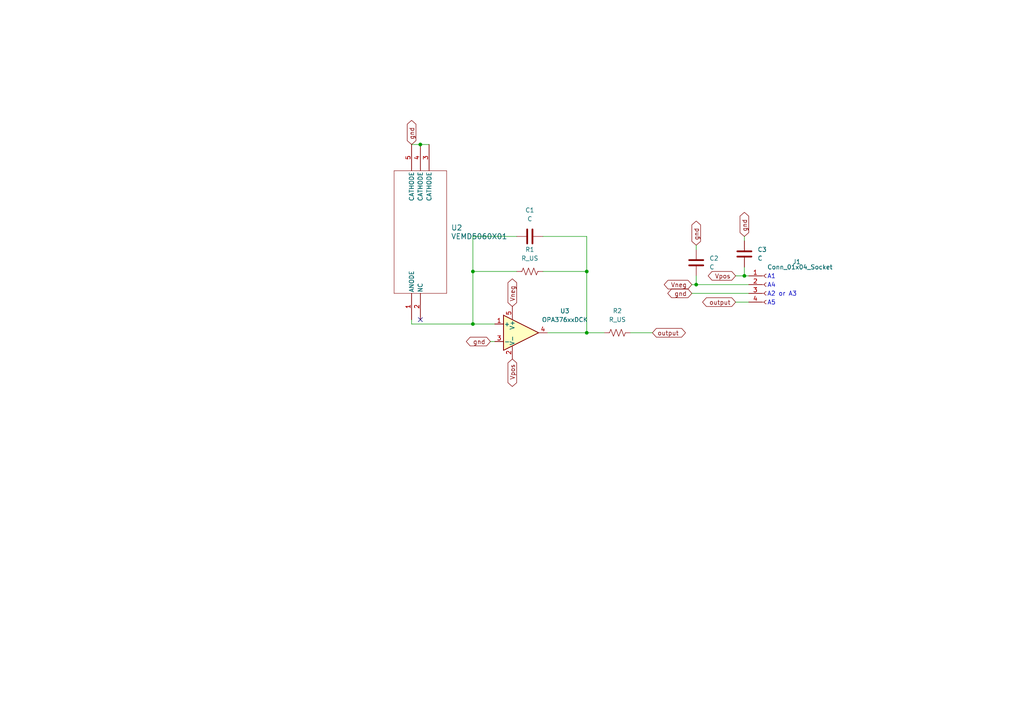
<source format=kicad_sch>
(kicad_sch (version 20231120) (generator "eeschema") (generator_version "8.0")
  (paper "A4")
  (lib_symbols
    (symbol "2025-06-23_19-07-18:VEMD5060X01" (pin_names (offset 0.254))
      (property "Reference" "U" (at 25.4 10.16 0))
      (property "Value" "VEMD5060X01" (at 25.4 7.62 0))
      (symbol "VEMD5060X01_0_1"
        (polyline (pts (xy 7.62 -10.16) (xy 43.18 -10.16)) (stroke (width 0.127)))
        (polyline (pts (xy 7.62 5.08) (xy 7.62 -10.16)) (stroke (width 0.127)))
        (polyline (pts (xy 43.18 -10.16) (xy 43.18 5.08)) (stroke (width 0.127)))
        (polyline (pts (xy 43.18 5.08) (xy 7.62 5.08)) (stroke (width 0.127)))
        (pin unspecified line (at 0 0 0) (length 7.62) (name "ANODE") (number "1"))
        (pin unspecified line (at 0 -2.54 0) (length 7.62) (name "NC") (number "2"))
        (pin unspecified line (at 50.8 -5.08 180) (length 7.62) (name "CATHODE") (number "3"))
        (pin unspecified line (at 50.8 -2.54 180) (length 7.62) (name "CATHODE") (number "4"))
        (pin unspecified line (at 50.8 0 180) (length 7.62) (name "CATHODE") (number "5"))
      )
    )
    (symbol "Amplifier_Operational:OPA376xxDCK" (pin_names (offset 0.127))
      (property "Reference" "U" (at 0 5.08 0))
      (property "Value" "OPA376xxDCK" (at 0 -5.08 0))
      (symbol "OPA376xxDCK_0_1"
        (polyline (pts (xy -5.08 5.08) (xy 5.08 0) (xy -5.08 -5.08) (xy -5.08 5.08)) (stroke (width 0.254)) (fill (type background)))
        (pin power_in line (at -2.54 -7.62 90) (length 3.81) (name "V-") (number "2"))
        (pin power_in line (at -2.54 7.62 270) (length 3.81) (name "V+") (number "5"))
      )
      (symbol "OPA376xxDCK_1_1"
        (pin input line (at -7.62 2.54 0) (length 2.54) (name "+") (number "1"))
        (pin input line (at -7.62 -2.54 0) (length 2.54) (name "-") (number "3"))
        (pin output line (at 7.62 0 180) (length 2.54) (name "~") (number "4"))
      )
    )
    (symbol "Connector:Conn_01x04_Socket" (pin_names (offset 1.016) hide)
      (property "Reference" "J" (at 0 5.08 0))
      (property "Value" "Conn_01x04_Socket" (at 0 -7.62 0))
      (symbol "Conn_01x04_Socket_1_1"
        (arc (start 0 -4.572) (mid -0.5058 -5.08) (end 0 -5.588) (stroke (width 0.1524)))
        (arc (start 0 -2.032) (mid -0.5058 -2.54) (end 0 -3.048) (stroke (width 0.1524)))
        (polyline (pts (xy -1.27 -5.08) (xy -0.508 -5.08)) (stroke (width 0.1524)))
        (polyline (pts (xy -1.27 -2.54) (xy -0.508 -2.54)) (stroke (width 0.1524)))
        (polyline (pts (xy -1.27 0) (xy -0.508 0)) (stroke (width 0.1524)))
        (polyline (pts (xy -1.27 2.54) (xy -0.508 2.54)) (stroke (width 0.1524)))
        (arc (start 0 0.508) (mid -0.5058 0) (end 0 -0.508) (stroke (width 0.1524)))
        (arc (start 0 3.048) (mid -0.5058 2.54) (end 0 2.032) (stroke (width 0.1524)))
        (pin passive line (at -5.08 2.54 0) (length 3.81) (name "Pin_1") (number "1"))
        (pin passive line (at -5.08 0 0) (length 3.81) (name "Pin_2") (number "2"))
        (pin passive line (at -5.08 -2.54 0) (length 3.81) (name "Pin_3") (number "3"))
        (pin passive line (at -5.08 -5.08 0) (length 3.81) (name "Pin_4") (number "4"))
      )
    )
    (symbol "Device:C" (pin_numbers hide) (pin_names (offset 0.254))
      (property "Reference" "C" (at 0.635 2.54 0))
      (property "Value" "C" (at 0.635 -2.54 0))
      (symbol "C_0_1"
        (polyline (pts (xy -2.032 -0.762) (xy 2.032 -0.762)) (stroke (width 0.508)))
        (polyline (pts (xy -2.032 0.762) (xy 2.032 0.762)) (stroke (width 0.508)))
      )
      (symbol "C_1_1"
        (pin passive line (at 0 3.81 270) (length 2.794) (name "~") (number "1"))
        (pin passive line (at 0 -3.81 90) (length 2.794) (name "~") (number "2"))
      )
    )
    (symbol "Device:R_US" (pin_numbers hide) (pin_names (offset 0))
      (property "Reference" "R" (at 2.54 0 90))
      (property "Value" "R_US" (at -2.54 0 90))
      (symbol "R_US_0_1"
        (polyline (pts (xy 0 -2.286) (xy 0 -2.54)))
        (polyline (pts (xy 0 2.286) (xy 0 2.54)))
        (polyline (pts (xy 0 -0.762) (xy 1.016 -1.143) (xy 0 -1.524) (xy -1.016 -1.905) (xy 0 -2.286)))
        (polyline (pts (xy 0 0.762) (xy 1.016 0.381) (xy 0 0) (xy -1.016 -0.381) (xy 0 -0.762)))
        (polyline (pts (xy 0 2.286) (xy 1.016 1.905) (xy 0 1.524) (xy -1.016 1.143) (xy 0 0.762)))
      )
      (symbol "R_US_1_1"
        (pin passive line (at 0 3.81 270) (length 1.27) (name "~") (number "1"))
        (pin passive line (at 0 -3.81 90) (length 1.27) (name "~") (number "2"))
      )
    )
  )
  (junction (at 137.16 93.98))
  (junction (at 215.9 80.01))
  (junction (at 121.92 41.91))
  (junction (at 170.18 78.74))
  (junction (at 137.16 78.74))
  (junction (at 170.18 96.52))
  (junction (at 201.93 82.55))
  (no_connect (at 121.92 92.71))
  (wire (pts (xy 137.16 93.98) (xy 143.51 93.98)))
  (wire (pts (xy 201.93 71.12) (xy 201.93 72.39)))
  (wire (pts (xy 215.9 68.58) (xy 215.9 69.85)))
  (wire (pts (xy 157.48 78.74) (xy 170.18 78.74)))
  (wire (pts (xy 215.9 80.01) (xy 213.36 80.01)))
  (wire (pts (xy 217.17 82.55) (xy 201.93 82.55)))
  (wire (pts (xy 119.38 92.71) (xy 119.38 93.98)))
  (wire (pts (xy 137.16 78.74) (xy 137.16 93.98)))
  (wire (pts (xy 215.9 77.47) (xy 215.9 80.01)))
  (wire (pts (xy 170.18 68.58) (xy 170.18 78.74)))
  (wire (pts (xy 142.24 99.06) (xy 143.51 99.06)))
  (wire (pts (xy 149.86 68.58) (xy 137.16 68.58)))
  (wire (pts (xy 170.18 96.52) (xy 158.75 96.52)))
  (wire (pts (xy 182.88 96.52) (xy 189.23 96.52)))
  (wire (pts (xy 119.38 41.91) (xy 121.92 41.91)))
  (wire (pts (xy 137.16 68.58) (xy 137.16 78.74)))
  (wire (pts (xy 170.18 78.74) (xy 170.18 96.52)))
  (wire (pts (xy 157.48 68.58) (xy 170.18 68.58)))
  (wire (pts (xy 200.66 85.09) (xy 217.17 85.09)))
  (wire (pts (xy 170.18 96.52) (xy 175.26 96.52)))
  (wire (pts (xy 201.93 82.55) (xy 200.66 82.55)))
  (wire (pts (xy 217.17 87.63) (xy 213.36 87.63)))
  (wire (pts (xy 217.17 80.01) (xy 215.9 80.01)))
  (wire (pts (xy 149.86 78.74) (xy 137.16 78.74)))
  (wire (pts (xy 121.92 41.91) (xy 124.46 41.91)))
  (wire (pts (xy 201.93 80.01) (xy 201.93 82.55)))
  (wire (pts (xy 119.38 93.98) (xy 137.16 93.98)))
  (text "A1" (at 223.774 80.264 0) (effects (font (size 1.27 1.27))))
  (text "A4\n" (at 223.774 82.804 0) (effects (font (size 1.27 1.27))))
  (text "A5" (at 223.774 87.884 0) (effects (font (size 1.27 1.27))))
  (text "A2 or A3\n" (at 226.822 85.344 0) (effects (font (size 1.27 1.27))))
  (global_label "gnd" (shape bidirectional) (at 142.24 99.06 180) (property "Intersheetrefs" "${INTERSHEET_REFS}" (effects (hide yes))))
  (global_label "gnd" (shape bidirectional) (at 201.93 71.12 90) (property "Intersheetrefs" "${INTERSHEET_REFS}" (effects (hide yes))))
  (global_label "gnd" (shape bidirectional) (at 215.9 68.58 90) (property "Intersheetrefs" "${INTERSHEET_REFS}" (effects (hide yes))))
  (global_label "Vneg" (shape bidirectional) (at 200.66 82.55 180) (property "Intersheetrefs" "${INTERSHEET_REFS}" (effects (hide yes))))
  (global_label "gnd" (shape bidirectional) (at 200.66 85.09 180) (property "Intersheetrefs" "${INTERSHEET_REFS}" (effects (hide yes))))
  (global_label "output" (shape bidirectional) (at 213.36 87.63 180) (property "Intersheetrefs" "${INTERSHEET_REFS}" (effects (hide yes))))
  (global_label "Vpos" (shape bidirectional) (at 148.59 104.14 270) (property "Intersheetrefs" "${INTERSHEET_REFS}" (effects (hide yes))))
  (global_label "gnd" (shape bidirectional) (at 119.38 41.91 90) (property "Intersheetrefs" "${INTERSHEET_REFS}" (effects (hide yes))))
  (global_label "Vpos" (shape bidirectional) (at 213.36 80.01 180) (property "Intersheetrefs" "${INTERSHEET_REFS}" (effects (hide yes))))
  (global_label "output" (shape bidirectional) (at 189.23 96.52 0) (property "Intersheetrefs" "${INTERSHEET_REFS}" (effects (hide yes))))
  (global_label "Vneg" (shape bidirectional) (at 148.59 88.9 90) (property "Intersheetrefs" "${INTERSHEET_REFS}" (effects (hide yes))))
  (symbol (lib_id "2025-06-23_19-07-18:VEMD5060X01") (at 119.38 92.71 90) (unit 1)
    (property "Reference" "U2" (at 130.81 66.0399 90) (effects (font (size 1.524 1.524)) (justify right)))
    (property "Value" "VEMD5060X01" (at 130.81 68.5799 90) (effects (font (size 1.524 1.524)) (justify right)))
    (property "Footprint" "Library:SMD_VEMD5-5X4_VIS" (effects (hide yes)))
    (property "Datasheet" "VEMD5060X01" (effects (hide yes)))
  )
  (symbol (lib_id "Device:R_US") (at 179.07 96.52 90) (unit 1)
    (property "Reference" "R2" (at 179.07 90.17 90))
    (property "Value" "R_US" (at 179.07 92.71 90))
    (property "Footprint" "Resistor_SMD:R_1206_3216Metric_Pad1.30x1.75mm_HandSolder" (effects (hide yes)))
    (property "Description" "Resistor, US symbol" (effects (hide yes)))
  )
  (symbol (lib_id "Device:C") (at 201.93 76.2 180) (unit 1)
    (property "Reference" "C2" (at 205.74 74.9299 0) (effects (justify right)))
    (property "Value" "C" (at 205.74 77.4699 0) (effects (justify right)))
    (property "Footprint" "Capacitor_SMD:C_1206_3216Metric_Pad1.33x1.80mm_HandSolder" (effects (hide yes)))
    (property "Description" "Unpolarized capacitor" (effects (hide yes)))
  )
  (symbol (lib_id "Amplifier_Operational:OPA376xxDCK") (at 151.13 96.52 0) (unit 1)
    (property "Reference" "U3" (at 163.83 90.2014 0))
    (property "Value" "OPA376xxDCK" (at 163.83 92.7414 0))
    (property "Footprint" "Package_TO_SOT_SMD:SOT-23-5_HandSoldering" (effects (hide yes)))
    (property "Datasheet" "http://www.ti.com/lit/ds/symlink/opa376.pdf" (effects (hide yes)))
    (property "Description" "Single Low-Noise, Low Quiescent Current, Precision Operational Amplifier e-trim Series, SC-70-5" (effects (hide yes)))
  )
  (symbol (lib_id "Device:C") (at 153.67 68.58 90) (unit 1)
    (property "Reference" "C1" (at 153.67 60.96 90))
    (property "Value" "C" (at 153.67 63.5 90))
    (property "Footprint" "Capacitor_SMD:C_1206_3216Metric_Pad1.33x1.80mm_HandSolder" (effects (hide yes)))
    (property "Description" "Unpolarized capacitor" (effects (hide yes)))
  )
  (symbol (lib_id "Connector:Conn_01x04_Socket") (at 222.25 82.55 0) (unit 1)
    (property "Reference" "J1" (at 229.87 75.946 0) (effects (justify left)))
    (property "Value" "Conn_01x04_Socket" (at 222.504 77.47 0) (effects (justify left)))
    (property "Footprint" "Connector_PinSocket_2.54mm:PinSocket_1x04_P2.54mm_Vertical" (effects (hide yes)))
    (property "Description" "Generic connector, single row, 01x04, script generated" (effects (hide yes)))
  )
  (symbol (lib_id "Device:C") (at 215.9 73.66 180) (unit 1)
    (property "Reference" "C3" (at 219.71 72.3899 0) (effects (justify right)))
    (property "Value" "C" (at 219.71 74.9299 0) (effects (justify right)))
    (property "Footprint" "Capacitor_SMD:C_1206_3216Metric_Pad1.33x1.80mm_HandSolder" (effects (hide yes)))
    (property "Description" "Unpolarized capacitor" (effects (hide yes)))
  )
  (symbol (lib_id "Device:R_US") (at 153.67 78.74 90) (unit 1)
    (property "Reference" "R1" (at 153.67 72.39 90))
    (property "Value" "R_US" (at 153.67 74.93 90))
    (property "Footprint" "Resistor_SMD:R_1206_3216Metric_Pad1.30x1.75mm_HandSolder" (effects (hide yes)))
    (property "Description" "Resistor, US symbol" (effects (hide yes)))
  )
)
</source>
